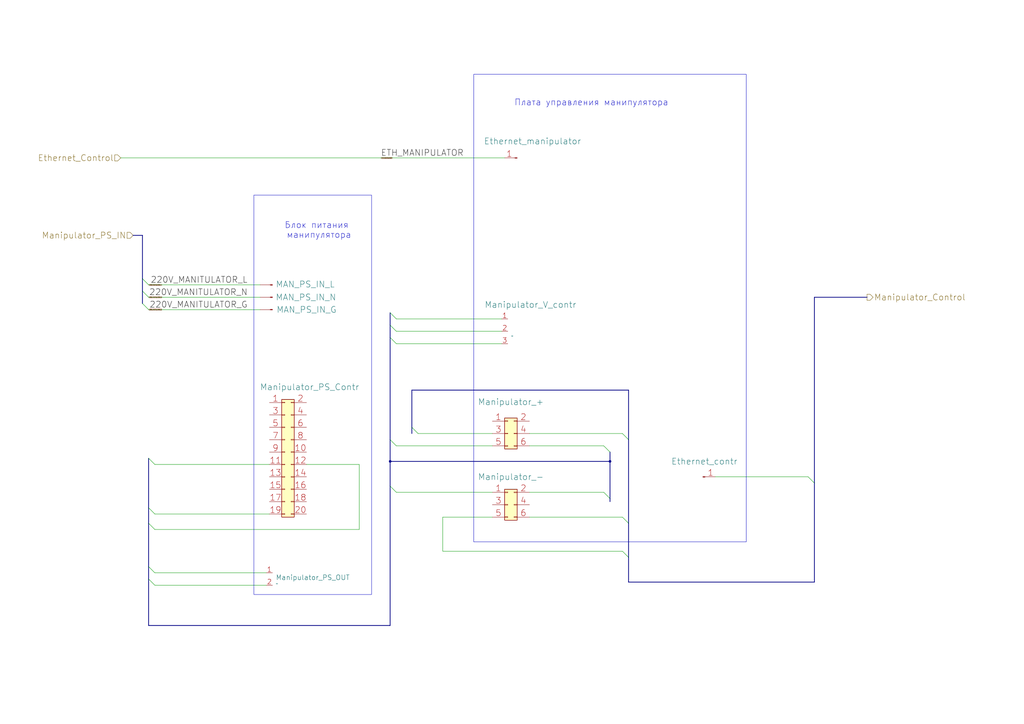
<source format=kicad_sch>
(kicad_sch (version 20231120) (generator "eeschema") (generator_version "8.0")
  (paper "A3")
  (lib_symbols
    (symbol "Conn_01x01_Pin_(WIDE)_1" (pin_numbers hide) (pin_names (offset 1.016) hide)
      (property "Reference" "J" (at 0.254 6.604 0))
      (property "Value" "Conn_01x01_Pin_(WIDE)" (at 0 -2.54 0))
      (symbol "Conn_01x01_Pin_(WIDE)_1_1_1"
        (polyline (pts (xy 1.27 0) (xy 0.8636 0)) (stroke (width 0.1524)))
        (rectangle (start 0.8636 0.127) (end 0 -0.127) (stroke (width 0.1524)) (fill (type outline)))
        (pin passive line (at 5.08 0 180) (length 3.81) (name "Pin_1") (number "1"))
      )
    )
    (symbol "Conn_01x01_Pin_(WIDE)_2" (pin_numbers hide) (pin_names (offset 1.016) hide)
      (property "Reference" "J" (at 0.254 6.604 0))
      (property "Value" "Conn_01x01_Pin_(WIDE)" (at 0 -2.54 0))
      (symbol "Conn_01x01_Pin_(WIDE)_2_1_1"
        (polyline (pts (xy 1.27 0) (xy 0.8636 0)) (stroke (width 0.1524)))
        (rectangle (start 0.8636 0.127) (end 0 -0.127) (stroke (width 0.1524)) (fill (type outline)))
        (pin passive line (at 5.08 0 180) (length 3.81) (name "Pin_1") (number "1"))
      )
    )
    (symbol "Conn_01x01_Pin_(WIDE)_3" (pin_numbers hide) (pin_names (offset 1.016) hide)
      (property "Reference" "J" (at 0.254 6.604 0))
      (property "Value" "Conn_01x01_Pin_(WIDE)" (at 0 -2.54 0))
      (symbol "Conn_01x01_Pin_(WIDE)_3_1_1"
        (polyline (pts (xy 1.27 0) (xy 0.8636 0)) (stroke (width 0.1524)))
        (rectangle (start 0.8636 0.127) (end 0 -0.127) (stroke (width 0.1524)) (fill (type outline)))
        (pin passive line (at 5.08 0 180) (length 3.81) (name "Pin_1") (number "1"))
      )
    )
    (symbol "Connector:Conn_01x01_Pin" (pin_names (offset 1.016) hide)
      (property "Reference" "J" (at 0 6.604 0))
      (property "Value" "Conn_01x01_Pin" (at 0 -2.54 0))
      (symbol "Conn_01x01_Pin_1_1"
        (polyline (pts (xy 1.27 0) (xy 0.8636 0)) (stroke (width 0.1524)))
        (rectangle (start 0.8636 0.127) (end 0 -0.127) (stroke (width 0.1524)) (fill (type outline)))
        (pin passive line (at 5.08 0 180) (length 3.81) (name "Pin_1") (number "1"))
      )
    )
    (symbol "Connector:Conn_01x02_(wide)"
      (property "Reference" "J" (at 0 0 0))
      (symbol "Conn_01x02_(wide)_1_1"
        (pin input line (at -2.54 -5.08 0) (length 2.54) (name "") (number "1"))
        (pin input line (at -2.54 -10.16 0) (length 2.54) (name "") (number "2"))
      )
    )
    (symbol "Connector:Conn_01x03_(wide)"
      (property "Reference" "J" (at 0 0 0))
      (symbol "Conn_01x03_(wide)_1_1"
        (pin input line (at -2.54 -5.08 0) (length 2.54) (name "") (number "1"))
        (pin input line (at -2.54 -10.16 0) (length 2.54) (name "") (number "2"))
        (pin input line (at -2.54 -15.24 0) (length 2.54) (name "") (number "3"))
      )
    )
    (symbol "Connector_Generic:Conn_02x03_Odd_Even_WIDE" (pin_names (offset 1.016) hide)
      (property "Reference" "J" (at 1.27 5.08 0))
      (property "Value" "Conn_02x03_Odd_Even_WIDE" (at 1.27 -10.16 0))
      (symbol "Conn_02x03_Odd_Even_WIDE_1_1"
        (rectangle (start -1.27 -7.493) (end 0 -7.747) (stroke (width 0.1524)))
        (rectangle (start -1.27 -2.413) (end 0 -2.667) (stroke (width 0.1524)))
        (rectangle (start -1.27 2.667) (end 0 2.413) (stroke (width 0.1524)))
        (rectangle (start -1.27 3.81) (end 3.81 -8.89) (stroke (width 0.254)) (fill (type background)))
        (rectangle (start 3.81 -7.493) (end 2.54 -7.747) (stroke (width 0.1524)))
        (rectangle (start 3.81 -2.413) (end 2.54 -2.667) (stroke (width 0.1524)))
        (rectangle (start 3.81 2.667) (end 2.54 2.413) (stroke (width 0.1524)))
        (pin passive line (at -6.35 2.54 0) (length 5) (name "Pin_1") (number "1"))
        (pin passive line (at 8.89 2.54 180) (length 5) (name "Pin_2") (number "2"))
        (pin passive line (at -6.35 -2.54 0) (length 5) (name "Pin_3") (number "3"))
        (pin passive line (at 8.89 -2.54 180) (length 5) (name "Pin_4") (number "4"))
        (pin passive line (at -6.35 -7.62 0) (length 5) (name "Pin_5") (number "5"))
        (pin passive line (at 8.89 -7.62 180) (length 5) (name "Pin_6") (number "6"))
      )
    )
    (symbol "Connector_Generic:Conn_02x10_Odd_Even_WIDE" (pin_names (offset 1.016) hide)
      (property "Reference" "J" (at 1.016 15.494 0))
      (property "Value" "Conn_02x10_Odd_Even_WIDE" (at 1.27 -38.1 0))
      (symbol "Conn_02x10_Odd_Even_WIDE_1_1"
        (rectangle (start -1.27 -35.433) (end 0 -35.687) (stroke (width 0.1524)))
        (rectangle (start -1.27 -30.353) (end 0 -30.607) (stroke (width 0.1524)))
        (rectangle (start -1.27 -25.273) (end 0 -25.527) (stroke (width 0.1524)))
        (rectangle (start -1.27 -20.193) (end 0 -20.447) (stroke (width 0.1524)))
        (rectangle (start -1.27 -15.113) (end 0 -15.367) (stroke (width 0.1524)))
        (rectangle (start -1.27 -10.033) (end 0 -10.287) (stroke (width 0.1524)))
        (rectangle (start -1.27 -4.953) (end 0 -5.207) (stroke (width 0.1524)))
        (rectangle (start -1.27 0.127) (end 0 -0.127) (stroke (width 0.1524)))
        (rectangle (start -1.27 5.207) (end 0 4.953) (stroke (width 0.1524)))
        (rectangle (start -1.27 10.287) (end 0 10.033) (stroke (width 0.1524)))
        (rectangle (start -1.27 11.43) (end 3.81 -36.83) (stroke (width 0.254)) (fill (type background)))
        (rectangle (start 3.81 -35.433) (end 2.54 -35.687) (stroke (width 0.1524)))
        (rectangle (start 3.81 -30.353) (end 2.54 -30.607) (stroke (width 0.1524)))
        (rectangle (start 3.81 -25.273) (end 2.54 -25.527) (stroke (width 0.1524)))
        (rectangle (start 3.81 -20.193) (end 2.54 -20.447) (stroke (width 0.1524)))
        (rectangle (start 3.81 -15.113) (end 2.54 -15.367) (stroke (width 0.1524)))
        (rectangle (start 3.81 -10.033) (end 2.54 -10.287) (stroke (width 0.1524)))
        (rectangle (start 3.81 -4.953) (end 2.54 -5.207) (stroke (width 0.1524)))
        (rectangle (start 3.81 0.127) (end 2.54 -0.127) (stroke (width 0.1524)))
        (rectangle (start 3.81 5.207) (end 2.54 4.953) (stroke (width 0.1524)))
        (rectangle (start 3.81 10.287) (end 2.54 10.033) (stroke (width 0.1524)))
        (pin passive line (at -6.35 10.16 0) (length 5) (name "Pin_1") (number "1"))
        (pin passive line (at 8.89 -10.16 180) (length 5) (name "Pin_10") (number "10"))
        (pin passive line (at -6.35 -15.24 0) (length 5) (name "Pin_11") (number "11"))
        (pin passive line (at 8.89 -15.24 180) (length 5) (name "Pin_12") (number "12"))
        (pin passive line (at -6.35 -20.32 0) (length 5) (name "Pin_13") (number "13"))
        (pin passive line (at 8.89 -20.32 180) (length 5) (name "Pin_14") (number "14"))
        (pin passive line (at -6.35 -25.4 0) (length 5) (name "Pin_15") (number "15"))
        (pin passive line (at 8.89 -25.4 180) (length 5) (name "Pin_16") (number "16"))
        (pin passive line (at -6.35 -30.48 0) (length 5) (name "Pin_17") (number "17"))
        (pin passive line (at 8.89 -30.48 180) (length 5) (name "Pin_18") (number "18"))
        (pin passive line (at -6.35 -35.56 0) (length 5) (name "Pin_19") (number "19"))
        (pin passive line (at 8.89 10.16 180) (length 5) (name "Pin_2") (number "2"))
        (pin passive line (at 8.89 -35.56 180) (length 5) (name "Pin_20") (number "20"))
        (pin passive line (at -6.35 5.08 0) (length 5) (name "Pin_3") (number "3"))
        (pin passive line (at 8.89 5.08 180) (length 5) (name "Pin_4") (number "4"))
        (pin passive line (at -6.35 0 0) (length 5) (name "Pin_5") (number "5"))
        (pin passive line (at 8.89 0 180) (length 5) (name "Pin_6") (number "6"))
        (pin passive line (at -6.35 -5.08 0) (length 5) (name "Pin_7") (number "7"))
        (pin passive line (at 8.89 -5.08 180) (length 5) (name "Pin_8") (number "8"))
        (pin passive line (at -6.35 -10.16 0) (length 5) (name "Pin_9") (number "9"))
      )
    )
  )
  (junction (at 250.19 189.23))
  (junction (at 160.02 189.23))
  (bus_entry (at 60.96 187.96) (size 2.54 2.54))
  (bus_entry (at 160.02 133.35) (size 2.54 2.54))
  (bus_entry (at 247.65 182.88) (size 2.54 2.54))
  (bus_entry (at 58.42 124.46) (size 2.54 2.54))
  (bus_entry (at 168.91 175.26) (size 2.54 2.54))
  (bus_entry (at 60.96 208.28) (size 2.54 2.54))
  (bus_entry (at 58.42 119.38) (size 2.54 2.54))
  (bus_entry (at 60.96 232.41) (size 2.54 2.54))
  (bus_entry (at 60.96 237.49) (size 2.54 2.54))
  (bus_entry (at 160.02 128.27) (size 2.54 2.54))
  (bus_entry (at 255.27 177.8) (size 2.54 2.54))
  (bus_entry (at 160.02 138.43) (size 2.54 2.54))
  (bus_entry (at 255.27 212.09) (size 2.54 2.54))
  (bus_entry (at 58.42 114.3) (size 2.54 2.54))
  (bus_entry (at 60.96 214.63) (size 2.54 2.54))
  (bus_entry (at 160.02 199.39) (size 2.54 2.54))
  (bus_entry (at 331.47 195.58) (size 2.54 2.54))
  (bus_entry (at 247.65 201.93) (size 2.54 2.54))
  (bus_entry (at 160.02 180.34) (size 2.54 2.54))
  (bus_entry (at 255.27 226.06) (size 2.54 2.54))
  (wire (pts (xy 147.32 217.17) (xy 147.32 190.5)))
  (bus (pts (xy 54.61 96.52) (xy 58.42 96.52)))
  (wire (pts (xy 63.5 234.95) (xy 109.22 234.95)))
  (wire (pts (xy 207.01 64.77) (xy 49.53 64.77)))
  (wire (pts (xy 63.5 210.82) (xy 110.49 210.82)))
  (bus (pts (xy 257.81 228.6) (xy 257.81 238.76)))
  (bus (pts (xy 60.96 187.96) (xy 60.96 208.28)))
  (bus (pts (xy 250.19 189.23) (xy 250.19 204.47)))
  (bus (pts (xy 160.02 128.27) (xy 160.02 133.35)))
  (wire (pts (xy 162.56 182.88) (xy 201.93 182.88)))
  (bus (pts (xy 257.81 238.76) (xy 334.01 238.76)))
  (bus (pts (xy 334.01 121.92) (xy 355.6 121.92)))
  (wire (pts (xy 201.93 212.09) (xy 181.61 212.09)))
  (wire (pts (xy 217.17 201.93) (xy 247.65 201.93)))
  (bus (pts (xy 160.02 199.39) (xy 160.02 256.54)))
  (wire (pts (xy 162.56 140.97) (xy 205.74 140.97)))
  (wire (pts (xy 217.17 177.8) (xy 255.27 177.8)))
  (wire (pts (xy 293.37 195.58) (xy 331.47 195.58)))
  (bus (pts (xy 160.02 189.23) (xy 250.19 189.23)))
  (bus (pts (xy 168.91 160.02) (xy 168.91 175.26)))
  (bus (pts (xy 60.96 208.28) (xy 60.96 214.63)))
  (wire (pts (xy 162.56 135.89) (xy 205.74 135.89)))
  (bus (pts (xy 168.91 175.26) (xy 168.91 177.8)))
  (bus (pts (xy 58.42 96.52) (xy 58.42 114.3)))
  (bus (pts (xy 160.02 133.35) (xy 160.02 138.43)))
  (bus (pts (xy 160.02 180.34) (xy 160.02 189.23)))
  (wire (pts (xy 217.17 212.09) (xy 255.27 212.09)))
  (bus (pts (xy 250.19 185.42) (xy 250.19 189.23)))
  (wire (pts (xy 162.56 130.81) (xy 205.74 130.81)))
  (bus (pts (xy 58.42 119.38) (xy 58.42 124.46)))
  (wire (pts (xy 181.61 226.06) (xy 255.27 226.06)))
  (wire (pts (xy 181.61 212.09) (xy 181.61 226.06)))
  (wire (pts (xy 63.5 190.5) (xy 110.49 190.5)))
  (wire (pts (xy 171.45 177.8) (xy 201.93 177.8)))
  (wire (pts (xy 147.32 190.5) (xy 125.73 190.5)))
  (bus (pts (xy 60.96 256.54) (xy 160.02 256.54)))
  (wire (pts (xy 217.17 182.88) (xy 247.65 182.88)))
  (bus (pts (xy 257.81 180.34) (xy 257.81 214.63)))
  (wire (pts (xy 60.96 121.92) (xy 106.68 121.92)))
  (wire (pts (xy 162.56 201.93) (xy 201.93 201.93)))
  (bus (pts (xy 257.81 214.63) (xy 257.81 228.6)))
  (bus (pts (xy 250.19 204.47) (xy 250.19 205.74)))
  (bus (pts (xy 334.01 198.12) (xy 334.01 121.92)))
  (wire (pts (xy 60.96 116.84) (xy 106.68 116.84)))
  (bus (pts (xy 60.96 237.49) (xy 60.96 256.54)))
  (bus (pts (xy 60.96 232.41) (xy 60.96 237.49)))
  (wire (pts (xy 63.5 240.03) (xy 109.22 240.03)))
  (bus (pts (xy 160.02 138.43) (xy 160.02 180.34)))
  (bus (pts (xy 257.81 160.02) (xy 257.81 180.34)))
  (bus (pts (xy 60.96 214.63) (xy 60.96 232.41)))
  (wire (pts (xy 60.96 127) (xy 106.68 127)))
  (bus (pts (xy 160.02 189.23) (xy 160.02 199.39)))
  (bus (pts (xy 334.01 238.76) (xy 334.01 198.12)))
  (wire (pts (xy 63.5 217.17) (xy 147.32 217.17)))
  (bus (pts (xy 58.42 114.3) (xy 58.42 119.38)))
  (bus (pts (xy 168.91 160.02) (xy 257.81 160.02)))
  (rectangle (start 104.14 80.01) (end 152.4 243.84))
  (rectangle (start 194.31 30.48) (end 306.07 222.25))
  (text "Плата управления манипулятора" (at 242.57 42.164 0) (effects (font (size 2.5 2.5))))
  (text "Блок питания \nманипулятора" (at 130.81 94.488 0) (effects (font (size 2.5 2.5))))
  (label "220V_MANITULATOR_L" (at 101.6 116.84 180) (effects (font (size 2.5 2.5))))
  (label "220V_MANITULATOR_N" (at 101.6 121.92 180) (effects (font (size 2.5 2.5))))
  (label "220V_MANITULATOR_G" (at 101.6 127 180) (effects (font (size 2.5 2.5))))
  (label "ETH_MANIPULATOR" (at 156.21 64.77 0) (effects (font (size 2.5 2.5))))
  (global_label "220V_MANITULATOR_N" (shape input) (at 60.96 121.92 0) (effects (font (size 0.3 0.3))) (property "Intersheetrefs" "${INTERSHEET_REFS}" (effects (hide yes))))
  (global_label "220V_MANITULATOR_G" (shape input) (at 60.96 127 0) (effects (font (size 0.3 0.3))) (property "Intersheetrefs" "${INTERSHEET_REFS}" (effects (hide yes))))
  (global_label "220V_MANITULATOR_L" (shape input) (at 60.96 116.84 0) (effects (font (size 0.3 0.3))) (property "Intersheetrefs" "${INTERSHEET_REFS}" (effects (hide yes))))
  (global_label "ETH_MANIPULATOR" (shape input) (at 156.21 64.77 0) (effects (font (size 0.3 0.3))) (property "Intersheetrefs" "${INTERSHEET_REFS}" (effects (hide yes))))
  (hierarchical_label "Manipulator_Control" (shape output) (at 355.6 121.92 0) (effects (font (size 2.5 2.5))))
  (hierarchical_label "Manipulator_PS_IN" (shape input) (at 54.61 96.52 180) (effects (font (size 2.5 2.5))))
  (hierarchical_label "Ethernet_Control" (shape input) (at 49.53 64.77 180) (effects (font (size 2.5 2.5))))
  (symbol (lib_id "Connector:Conn_01x03_(wide)") (at 208.28 125.73 0) (unit 1)
    (property "Reference" "Manipulator_V_contr" (at 198.628 124.968 0) (effects (font (size 2.5 2.5)) (justify left)))
    (property "Value" "~" (at 209.55 137.795 0) (effects (justify left)))
  )
  (symbol (lib_id "Connector_Generic:Conn_02x10_Odd_Even_WIDE") (at 116.84 175.26 0) (unit 1)
    (property "Reference" "Manipulator_PS_Contr" (at 127 158.75 0) (effects (font (size 2.5 2.5))))
    (property "Value" "Conn_02x10_Odd_Even_WIDE" (effects (hide yes)))
    (property "Description" "Generic connector, double row, 02x10, odd/even pin numbering scheme (row 1 odd numbers, row 2 even numbers), script generated (kicad-library-utils/schlib/autogen/connector/)" (effects (hide yes)))
  )
  (symbol (lib_id "Connector_Generic:Conn_02x03_Odd_Even_WIDE") (at 208.28 175.26 0) (unit 1)
    (property "Reference" "Manipulator_+" (at 209.55 164.846 0) (effects (font (size 2.5 2.5))))
    (property "Value" "Conn_02x03_Odd_Even_WIDE" (effects (hide yes)))
    (property "Description" "Generic connector, double row, 02x03, odd/even pin numbering scheme (row 1 odd numbers, row 2 even numbers), script generated (kicad-library-utils/schlib/autogen/connector/)" (effects (hide yes)))
  )
  (symbol (lib_name "Conn_01x01_Pin_(WIDE)_2") (lib_id "Connector:Conn_01x01_Pin_(WIDE)") (at 111.76 121.92 0) (mirror y) (unit 1)
    (property "Reference" "MAN_PS_IN_N" (at 125.476 121.92 0) (effects (font (size 2.5 2.5))))
    (property "Value" "Conn_01x01_Pin_(WIDE)" (effects (hide yes)))
    (property "Description" "Generic connector, single row, 01x01, script generated" (effects (hide yes)))
  )
  (symbol (lib_id "Connector:Conn_01x01_Pin") (at 212.09 64.77 0) (mirror y) (unit 1)
    (property "Reference" "Ethernet_manipulator" (at 218.44 57.912 0) (effects (font (size 2.5 2.5))))
    (property "Value" "Conn_01x01_Pin" (effects (hide yes)))
    (property "Description" "Generic connector, single row, 01x01, script generated" (effects (hide yes)))
  )
  (symbol (lib_id "Connector_Generic:Conn_02x03_Odd_Even_WIDE") (at 208.28 204.47 0) (unit 1)
    (property "Reference" "Manipulator_-" (at 209.55 195.58 0) (effects (font (size 2.5 2.5))))
    (property "Value" "Conn_02x03_Odd_Even_WIDE" (effects (hide yes)))
    (property "Description" "Generic connector, double row, 02x03, odd/even pin numbering scheme (row 1 odd numbers, row 2 even numbers), script generated (kicad-library-utils/schlib/autogen/connector/)" (effects (hide yes)))
  )
  (symbol (lib_name "Conn_01x01_Pin_(WIDE)_3") (lib_id "Connector:Conn_01x01_Pin_(WIDE)") (at 111.76 127 0) (mirror y) (unit 1)
    (property "Reference" "MAN_PS_IN_G" (at 125.73 127 0) (effects (font (size 2.5 2.5))))
    (property "Value" "Conn_01x01_Pin_(WIDE)" (effects (hide yes)))
    (property "Description" "Generic connector, single row, 01x01, script generated" (effects (hide yes)))
  )
  (symbol (lib_id "Connector:Conn_01x01_Pin") (at 288.29 195.58 0) (unit 1)
    (property "Reference" "Ethernet_contr" (at 288.925 189.23 0) (effects (font (size 2.5 2.5))))
    (property "Value" "Conn_01x01_Pin" (effects (hide yes)))
    (property "Description" "Generic connector, single row, 01x01, script generated" (effects (hide yes)))
  )
  (symbol (lib_id "Connector:Conn_01x02_(wide)") (at 111.76 229.87 0) (unit 1)
    (property "Reference" "Manipulator_PS_OUT" (at 113.03 236.8549 0) (effects (font (size 2 2)) (justify left)))
    (property "Value" "~" (at 113.03 239.395 0) (effects (justify left)))
  )
  (symbol (lib_name "Conn_01x01_Pin_(WIDE)_1") (lib_id "Connector:Conn_01x01_Pin_(WIDE)") (at 111.76 116.84 0) (mirror y) (unit 1)
    (property "Reference" "MAN_PS_IN_L" (at 125.222 116.586 0) (effects (font (size 2.5 2.5))))
    (property "Value" "Conn_01x01_Pin_(WIDE)" (effects (hide yes)))
    (property "Description" "Generic connector, single row, 01x01, script generated" (effects (hide yes)))
  )
)
</source>
